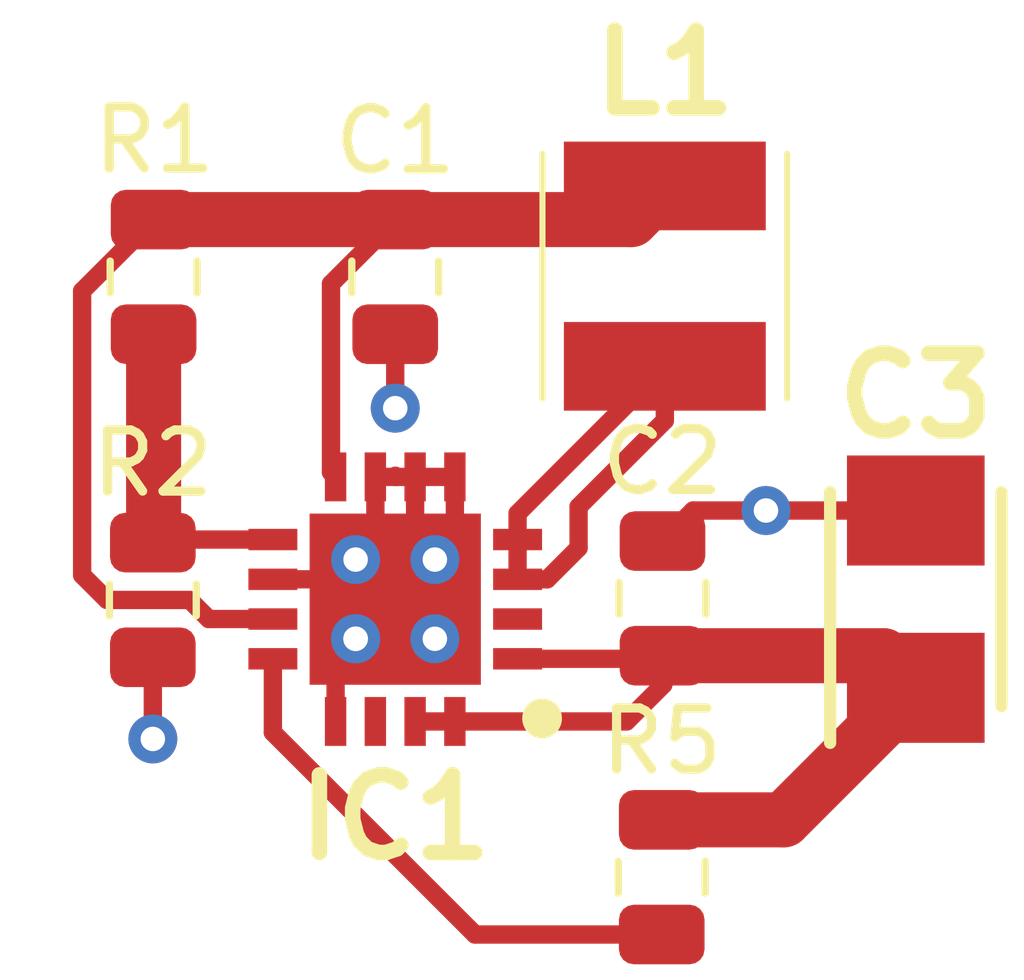
<source format=kicad_pcb>
(kicad_pcb (version 20171130) (host pcbnew "(5.1.6)-1")

  (general
    (thickness 1.6)
    (drawings 0)
    (tracks 71)
    (zones 0)
    (modules 8)
    (nets 9)
  )

  (page A4)
  (layers
    (0 F.Cu signal)
    (31 B.Cu signal)
    (32 B.Adhes user)
    (33 F.Adhes user)
    (34 B.Paste user)
    (35 F.Paste user)
    (36 B.SilkS user)
    (37 F.SilkS user)
    (38 B.Mask user)
    (39 F.Mask user)
    (40 Dwgs.User user)
    (41 Cmts.User user)
    (42 Eco1.User user)
    (43 Eco2.User user)
    (44 Edge.Cuts user)
    (45 Margin user)
    (46 B.CrtYd user)
    (47 F.CrtYd user)
    (48 B.Fab user)
    (49 F.Fab user)
  )

  (setup
    (last_trace_width 0.3)
    (user_trace_width 0.3)
    (user_trace_width 0.9)
    (user_trace_width 1.2)
    (trace_clearance 0.2)
    (zone_clearance 0.508)
    (zone_45_only no)
    (trace_min 0.2)
    (via_size 0.8)
    (via_drill 0.4)
    (via_min_size 0.4)
    (via_min_drill 0.3)
    (uvia_size 0.3)
    (uvia_drill 0.1)
    (uvias_allowed no)
    (uvia_min_size 0.2)
    (uvia_min_drill 0.1)
    (edge_width 0.05)
    (segment_width 0.2)
    (pcb_text_width 0.3)
    (pcb_text_size 1.5 1.5)
    (mod_edge_width 0.12)
    (mod_text_size 1 1)
    (mod_text_width 0.15)
    (pad_size 1.524 1.524)
    (pad_drill 0.762)
    (pad_to_mask_clearance 0.05)
    (aux_axis_origin 0 0)
    (visible_elements 7FFFFFFF)
    (pcbplotparams
      (layerselection 0x010fc_ffffffff)
      (usegerberextensions false)
      (usegerberattributes true)
      (usegerberadvancedattributes true)
      (creategerberjobfile true)
      (excludeedgelayer true)
      (linewidth 0.100000)
      (plotframeref false)
      (viasonmask false)
      (mode 1)
      (useauxorigin false)
      (hpglpennumber 1)
      (hpglpenspeed 20)
      (hpglpendiameter 15.000000)
      (psnegative false)
      (psa4output false)
      (plotreference true)
      (plotvalue true)
      (plotinvisibletext false)
      (padsonsilk false)
      (subtractmaskfromsilk false)
      (outputformat 1)
      (mirror false)
      (drillshape 1)
      (scaleselection 1)
      (outputdirectory ""))
  )

  (net 0 "")
  (net 1 GND)
  (net 2 /Pack)
  (net 3 +5V)
  (net 4 "Net-(IC1-Pad2)")
  (net 5 "Net-(IC1-Pad3)")
  (net 6 "Net-(IC1-Pad9)")
  (net 7 "Net-(IC1-Pad12)")
  (net 8 "Net-(IC1-Pad14)")

  (net_class Default "This is the default net class."
    (clearance 0.2)
    (trace_width 0.25)
    (via_dia 0.8)
    (via_drill 0.4)
    (uvia_dia 0.3)
    (uvia_drill 0.1)
    (add_net +5V)
    (add_net /Pack)
    (add_net GND)
    (add_net "Net-(IC1-Pad12)")
    (add_net "Net-(IC1-Pad14)")
    (add_net "Net-(IC1-Pad2)")
    (add_net "Net-(IC1-Pad3)")
    (add_net "Net-(IC1-Pad9)")
  )

  (module Capacitor_SMD:C_0805_2012Metric (layer F.Cu) (tedit 5B36C52B) (tstamp 60C4780F)
    (at 175.8188 86.6267 270)
    (descr "Capacitor SMD 0805 (2012 Metric), square (rectangular) end terminal, IPC_7351 nominal, (Body size source: https://docs.google.com/spreadsheets/d/1BsfQQcO9C6DZCsRaXUlFlo91Tg2WpOkGARC1WS5S8t0/edit?usp=sharing), generated with kicad-footprint-generator")
    (tags capacitor)
    (path /60C4711C)
    (attr smd)
    (fp_text reference C1 (at -2.2225 0 180) (layer F.SilkS)
      (effects (font (size 1 1) (thickness 0.15)))
    )
    (fp_text value 10u (at 0 1.65 90) (layer F.Fab)
      (effects (font (size 1 1) (thickness 0.15)))
    )
    (fp_line (start 1.68 0.95) (end -1.68 0.95) (layer F.CrtYd) (width 0.05))
    (fp_line (start 1.68 -0.95) (end 1.68 0.95) (layer F.CrtYd) (width 0.05))
    (fp_line (start -1.68 -0.95) (end 1.68 -0.95) (layer F.CrtYd) (width 0.05))
    (fp_line (start -1.68 0.95) (end -1.68 -0.95) (layer F.CrtYd) (width 0.05))
    (fp_line (start -0.258578 0.71) (end 0.258578 0.71) (layer F.SilkS) (width 0.12))
    (fp_line (start -0.258578 -0.71) (end 0.258578 -0.71) (layer F.SilkS) (width 0.12))
    (fp_line (start 1 0.6) (end -1 0.6) (layer F.Fab) (width 0.1))
    (fp_line (start 1 -0.6) (end 1 0.6) (layer F.Fab) (width 0.1))
    (fp_line (start -1 -0.6) (end 1 -0.6) (layer F.Fab) (width 0.1))
    (fp_line (start -1 0.6) (end -1 -0.6) (layer F.Fab) (width 0.1))
    (fp_text user %R (at -2.032 0 180) (layer F.Fab)
      (effects (font (size 0.5 0.5) (thickness 0.08)))
    )
    (pad 2 smd roundrect (at 0.9375 0 270) (size 0.975 1.4) (layers F.Cu F.Paste F.Mask) (roundrect_rratio 0.25)
      (net 1 GND))
    (pad 1 smd roundrect (at -0.9375 0 270) (size 0.975 1.4) (layers F.Cu F.Paste F.Mask) (roundrect_rratio 0.25)
      (net 2 /Pack))
    (model ${KISYS3DMOD}/Capacitor_SMD.3dshapes/C_0805_2012Metric.wrl
      (at (xyz 0 0 0))
      (scale (xyz 1 1 1))
      (rotate (xyz 0 0 0))
    )
  )

  (module SamacSys_Parts:CAPPM3528X210N (layer F.Cu) (tedit 0) (tstamp 60C4DF9E)
    (at 184.3278 91.8972 90)
    (descr "3528-21-(H=1.9mm)")
    (tags "Capacitor Polarised")
    (path /60C4388C)
    (attr smd)
    (fp_text reference C3 (at 3.3274 0 180) (layer F.SilkS)
      (effects (font (size 1.27 1.27) (thickness 0.254)))
    )
    (fp_text value 100u (at 0 2.3368 270) (layer F.SilkS) hide
      (effects (font (size 1.27 1.27) (thickness 0.254)))
    )
    (fp_line (start -2.6 -1.75) (end 2.6 -1.75) (layer F.CrtYd) (width 0.05))
    (fp_line (start 2.6 -1.75) (end 2.6 1.75) (layer F.CrtYd) (width 0.05))
    (fp_line (start 2.6 1.75) (end -2.6 1.75) (layer F.CrtYd) (width 0.05))
    (fp_line (start -2.6 1.75) (end -2.6 -1.75) (layer F.CrtYd) (width 0.05))
    (fp_line (start -1.75 -1.4) (end 1.75 -1.4) (layer F.Fab) (width 0.1))
    (fp_line (start 1.75 -1.4) (end 1.75 1.4) (layer F.Fab) (width 0.1))
    (fp_line (start 1.75 1.4) (end -1.75 1.4) (layer F.Fab) (width 0.1))
    (fp_line (start -1.75 1.4) (end -1.75 -1.4) (layer F.Fab) (width 0.1))
    (fp_line (start -1.75 -0.5) (end -0.85 -1.4) (layer F.Fab) (width 0.1))
    (fp_line (start 1.75 -1.4) (end -2.35 -1.4) (layer F.SilkS) (width 0.2))
    (fp_line (start -1.75 1.4) (end 1.75 1.4) (layer F.SilkS) (width 0.2))
    (fp_text user %R (at 3.3274 0 180) (layer F.Fab)
      (effects (font (size 1.27 1.27) (thickness 0.254)))
    )
    (pad 1 smd rect (at -1.45 0 90) (size 1.8 2.25) (layers F.Cu F.Paste F.Mask)
      (net 3 +5V))
    (pad 2 smd rect (at 1.45 0 90) (size 1.8 2.25) (layers F.Cu F.Paste F.Mask)
      (net 1 GND))
    (model C:\SamacSys_PCB_Library\KiCad\SamacSys_Parts.3dshapes\T598B107M004ATE045.stp
      (at (xyz 0 0 0))
      (scale (xyz 1 1 1))
      (rotate (xyz 0 0 0))
    )
  )

  (module SamacSys_Parts:QFN65P400X400X100-17N (layer F.Cu) (tedit 0) (tstamp 60C4E4CB)
    (at 175.8188 91.8972 180)
    (descr "RSA (S-PVQFN-N16)")
    (tags "Integrated Circuit")
    (path /60C41115)
    (attr smd)
    (fp_text reference IC1 (at 0 -3.5687) (layer F.SilkS)
      (effects (font (size 1.27 1.27) (thickness 0.254)))
    )
    (fp_text value TPS61092RSAR (at -0.0254 -3.6195) (layer F.SilkS) hide
      (effects (font (size 1.27 1.27) (thickness 0.254)))
    )
    (fp_line (start -2.625 -2.625) (end 2.625 -2.625) (layer F.CrtYd) (width 0.05))
    (fp_line (start 2.625 -2.625) (end 2.625 2.625) (layer F.CrtYd) (width 0.05))
    (fp_line (start 2.625 2.625) (end -2.625 2.625) (layer F.CrtYd) (width 0.05))
    (fp_line (start -2.625 2.625) (end -2.625 -2.625) (layer F.CrtYd) (width 0.05))
    (fp_line (start -2 -2) (end 2 -2) (layer F.Fab) (width 0.1))
    (fp_line (start 2 -2) (end 2 2) (layer F.Fab) (width 0.1))
    (fp_line (start 2 2) (end -2 2) (layer F.Fab) (width 0.1))
    (fp_line (start -2 2) (end -2 -2) (layer F.Fab) (width 0.1))
    (fp_line (start -2 -1.35) (end -1.35 -2) (layer F.Fab) (width 0.1))
    (fp_circle (center -2.4005 -1.95) (end -2.4005 -1.7875) (layer F.SilkS) (width 0.325))
    (fp_text user %R (at 0 -3.5687) (layer F.Fab)
      (effects (font (size 1.27 1.27) (thickness 0.254)))
    )
    (pad 1 smd rect (at -2 -0.975 270) (size 0.35 0.8) (layers F.Cu F.Paste F.Mask)
      (net 3 +5V))
    (pad 2 smd rect (at -2 -0.325 270) (size 0.35 0.8) (layers F.Cu F.Paste F.Mask)
      (net 4 "Net-(IC1-Pad2)"))
    (pad 3 smd rect (at -2 0.325 270) (size 0.35 0.8) (layers F.Cu F.Paste F.Mask)
      (net 5 "Net-(IC1-Pad3)"))
    (pad 4 smd rect (at -2 0.975 270) (size 0.35 0.8) (layers F.Cu F.Paste F.Mask)
      (net 5 "Net-(IC1-Pad3)"))
    (pad 5 smd rect (at -0.975 2 180) (size 0.35 0.8) (layers F.Cu F.Paste F.Mask)
      (net 1 GND))
    (pad 6 smd rect (at -0.325 2 180) (size 0.35 0.8) (layers F.Cu F.Paste F.Mask)
      (net 1 GND))
    (pad 7 smd rect (at 0.325 2 180) (size 0.35 0.8) (layers F.Cu F.Paste F.Mask)
      (net 1 GND))
    (pad 8 smd rect (at 0.975 2 180) (size 0.35 0.8) (layers F.Cu F.Paste F.Mask)
      (net 2 /Pack))
    (pad 9 smd rect (at 2 0.975 270) (size 0.35 0.8) (layers F.Cu F.Paste F.Mask)
      (net 6 "Net-(IC1-Pad9)"))
    (pad 10 smd rect (at 2 0.325 270) (size 0.35 0.8) (layers F.Cu F.Paste F.Mask)
      (net 1 GND))
    (pad 11 smd rect (at 2 -0.325 270) (size 0.35 0.8) (layers F.Cu F.Paste F.Mask)
      (net 2 /Pack))
    (pad 12 smd rect (at 2 -0.975 270) (size 0.35 0.8) (layers F.Cu F.Paste F.Mask)
      (net 7 "Net-(IC1-Pad12)"))
    (pad 13 smd rect (at 0.975 -2 180) (size 0.35 0.8) (layers F.Cu F.Paste F.Mask)
      (net 1 GND))
    (pad 14 smd rect (at 0.325 -2 180) (size 0.35 0.8) (layers F.Cu F.Paste F.Mask)
      (net 8 "Net-(IC1-Pad14)"))
    (pad 15 smd rect (at -0.325 -2 180) (size 0.35 0.8) (layers F.Cu F.Paste F.Mask)
      (net 3 +5V))
    (pad 16 smd rect (at -0.975 -2 180) (size 0.35 0.8) (layers F.Cu F.Paste F.Mask)
      (net 3 +5V))
    (pad 17 smd rect (at 0 0 180) (size 2.8 2.8) (layers F.Cu F.Paste F.Mask)
      (net 1 GND))
    (model C:\SamacSys_PCB_Library\KiCad\SamacSys_Parts.3dshapes\TPS61092RSAR.stp
      (at (xyz 0 0 0))
      (scale (xyz 1 1 1))
      (rotate (xyz 0 0 0))
    )
  )

  (module LQH44PH100MPRL (layer F.Cu) (tedit 0) (tstamp 60C47863)
    (at 180.2257 86.614 270)
    (descr "1515 (4040) T=1.65±0.15mm_1")
    (tags Inductor)
    (path /60C432BC)
    (attr smd)
    (fp_text reference L1 (at -3.3274 0 180) (layer F.SilkS)
      (effects (font (size 1.27 1.27) (thickness 0.254)))
    )
    (fp_text value 6.8u (at 1.6764 0 180) (layer F.SilkS) hide
      (effects (font (size 1.27 1.27) (thickness 0.254)))
    )
    (fp_line (start -2 -2) (end 2 -2) (layer F.Fab) (width 0.2))
    (fp_line (start 2 -2) (end 2 2) (layer F.Fab) (width 0.2))
    (fp_line (start 2 2) (end -2 2) (layer F.Fab) (width 0.2))
    (fp_line (start -2 2) (end -2 -2) (layer F.Fab) (width 0.2))
    (fp_line (start -3.2 -3) (end 3.2 -3) (layer F.CrtYd) (width 0.1))
    (fp_line (start 3.2 -3) (end 3.2 3) (layer F.CrtYd) (width 0.1))
    (fp_line (start 3.2 3) (end -3.2 3) (layer F.CrtYd) (width 0.1))
    (fp_line (start -3.2 3) (end -3.2 -3) (layer F.CrtYd) (width 0.1))
    (fp_line (start -2 -2) (end 2 -2) (layer F.SilkS) (width 0.1))
    (fp_line (start -2 2) (end 2 2) (layer F.SilkS) (width 0.1))
    (fp_text user %R (at -3.3274 0 180) (layer F.Fab)
      (effects (font (size 1.27 1.27) (thickness 0.254)))
    )
    (pad 1 smd rect (at -1.475 0 270) (size 1.45 3.3) (layers F.Cu F.Paste F.Mask)
      (net 2 /Pack))
    (pad 2 smd rect (at 1.475 0 270) (size 1.45 3.3) (layers F.Cu F.Paste F.Mask)
      (net 5 "Net-(IC1-Pad3)"))
    (model C:\SamacSys_PCB_Library\KiCad\SamacSys_Parts.3dshapes\LQH44PH6R8MPRL.stp
      (at (xyz 0 0 0))
      (scale (xyz 1 1 1))
      (rotate (xyz 0 0 0))
    )
  )

  (module Resistor_SMD:R_0805_2012Metric (layer F.Cu) (tedit 5B36C52B) (tstamp 60C47874)
    (at 171.8691 86.6267 270)
    (descr "Resistor SMD 0805 (2012 Metric), square (rectangular) end terminal, IPC_7351 nominal, (Body size source: https://docs.google.com/spreadsheets/d/1BsfQQcO9C6DZCsRaXUlFlo91Tg2WpOkGARC1WS5S8t0/edit?usp=sharing), generated with kicad-footprint-generator")
    (tags resistor)
    (path /60C44988)
    (attr smd)
    (fp_text reference R1 (at -2.2352 -0.0127 180) (layer F.SilkS)
      (effects (font (size 1 1) (thickness 0.15)))
    )
    (fp_text value 2.7M (at 0 1.65 90) (layer F.Fab)
      (effects (font (size 1 1) (thickness 0.15)))
    )
    (fp_line (start -1 0.6) (end -1 -0.6) (layer F.Fab) (width 0.1))
    (fp_line (start -1 -0.6) (end 1 -0.6) (layer F.Fab) (width 0.1))
    (fp_line (start 1 -0.6) (end 1 0.6) (layer F.Fab) (width 0.1))
    (fp_line (start 1 0.6) (end -1 0.6) (layer F.Fab) (width 0.1))
    (fp_line (start -0.258578 -0.71) (end 0.258578 -0.71) (layer F.SilkS) (width 0.12))
    (fp_line (start -0.258578 0.71) (end 0.258578 0.71) (layer F.SilkS) (width 0.12))
    (fp_line (start -1.68 0.95) (end -1.68 -0.95) (layer F.CrtYd) (width 0.05))
    (fp_line (start -1.68 -0.95) (end 1.68 -0.95) (layer F.CrtYd) (width 0.05))
    (fp_line (start 1.68 -0.95) (end 1.68 0.95) (layer F.CrtYd) (width 0.05))
    (fp_line (start 1.68 0.95) (end -1.68 0.95) (layer F.CrtYd) (width 0.05))
    (fp_text user %R (at -2.0828 0 180) (layer F.Fab)
      (effects (font (size 0.5 0.5) (thickness 0.08)))
    )
    (pad 1 smd roundrect (at -0.9375 0 270) (size 0.975 1.4) (layers F.Cu F.Paste F.Mask) (roundrect_rratio 0.25)
      (net 2 /Pack))
    (pad 2 smd roundrect (at 0.9375 0 270) (size 0.975 1.4) (layers F.Cu F.Paste F.Mask) (roundrect_rratio 0.25)
      (net 6 "Net-(IC1-Pad9)"))
    (model ${KISYS3DMOD}/Resistor_SMD.3dshapes/R_0805_2012Metric.wrl
      (at (xyz 0 0 0))
      (scale (xyz 1 1 1))
      (rotate (xyz 0 0 0))
    )
  )

  (module Resistor_SMD:R_0805_2012Metric (layer F.Cu) (tedit 5B36C52B) (tstamp 60C47885)
    (at 171.8564 91.9099 270)
    (descr "Resistor SMD 0805 (2012 Metric), square (rectangular) end terminal, IPC_7351 nominal, (Body size source: https://docs.google.com/spreadsheets/d/1BsfQQcO9C6DZCsRaXUlFlo91Tg2WpOkGARC1WS5S8t0/edit?usp=sharing), generated with kicad-footprint-generator")
    (tags resistor)
    (path /60C4BE5E)
    (attr smd)
    (fp_text reference R2 (at -2.2352 0 180) (layer F.SilkS)
      (effects (font (size 1 1) (thickness 0.15)))
    )
    (fp_text value 390k (at 0 1.65 90) (layer F.Fab)
      (effects (font (size 1 1) (thickness 0.15)))
    )
    (fp_line (start 1.68 0.95) (end -1.68 0.95) (layer F.CrtYd) (width 0.05))
    (fp_line (start 1.68 -0.95) (end 1.68 0.95) (layer F.CrtYd) (width 0.05))
    (fp_line (start -1.68 -0.95) (end 1.68 -0.95) (layer F.CrtYd) (width 0.05))
    (fp_line (start -1.68 0.95) (end -1.68 -0.95) (layer F.CrtYd) (width 0.05))
    (fp_line (start -0.258578 0.71) (end 0.258578 0.71) (layer F.SilkS) (width 0.12))
    (fp_line (start -0.258578 -0.71) (end 0.258578 -0.71) (layer F.SilkS) (width 0.12))
    (fp_line (start 1 0.6) (end -1 0.6) (layer F.Fab) (width 0.1))
    (fp_line (start 1 -0.6) (end 1 0.6) (layer F.Fab) (width 0.1))
    (fp_line (start -1 -0.6) (end 1 -0.6) (layer F.Fab) (width 0.1))
    (fp_line (start -1 0.6) (end -1 -0.6) (layer F.Fab) (width 0.1))
    (fp_text user %R (at 2.2733 0.0127 180) (layer F.Fab)
      (effects (font (size 0.5 0.5) (thickness 0.08)))
    )
    (pad 2 smd roundrect (at 0.9375 0 270) (size 0.975 1.4) (layers F.Cu F.Paste F.Mask) (roundrect_rratio 0.25)
      (net 1 GND))
    (pad 1 smd roundrect (at -0.9375 0 270) (size 0.975 1.4) (layers F.Cu F.Paste F.Mask) (roundrect_rratio 0.25)
      (net 6 "Net-(IC1-Pad9)"))
    (model ${KISYS3DMOD}/Resistor_SMD.3dshapes/R_0805_2012Metric.wrl
      (at (xyz 0 0 0))
      (scale (xyz 1 1 1))
      (rotate (xyz 0 0 0))
    )
  )

  (module Resistor_SMD:R_0805_2012Metric (layer F.Cu) (tedit 5B36C52B) (tstamp 60C47896)
    (at 180.1749 96.4438 270)
    (descr "Resistor SMD 0805 (2012 Metric), square (rectangular) end terminal, IPC_7351 nominal, (Body size source: https://docs.google.com/spreadsheets/d/1BsfQQcO9C6DZCsRaXUlFlo91Tg2WpOkGARC1WS5S8t0/edit?usp=sharing), generated with kicad-footprint-generator")
    (tags resistor)
    (path /60C60CD7)
    (attr smd)
    (fp_text reference R5 (at -2.2225 0 180) (layer F.SilkS)
      (effects (font (size 1 1) (thickness 0.15)))
    )
    (fp_text value 1M (at 0 1.65 90) (layer F.Fab)
      (effects (font (size 1 1) (thickness 0.15)))
    )
    (fp_line (start -1 0.6) (end -1 -0.6) (layer F.Fab) (width 0.1))
    (fp_line (start -1 -0.6) (end 1 -0.6) (layer F.Fab) (width 0.1))
    (fp_line (start 1 -0.6) (end 1 0.6) (layer F.Fab) (width 0.1))
    (fp_line (start 1 0.6) (end -1 0.6) (layer F.Fab) (width 0.1))
    (fp_line (start -0.258578 -0.71) (end 0.258578 -0.71) (layer F.SilkS) (width 0.12))
    (fp_line (start -0.258578 0.71) (end 0.258578 0.71) (layer F.SilkS) (width 0.12))
    (fp_line (start -1.68 0.95) (end -1.68 -0.95) (layer F.CrtYd) (width 0.05))
    (fp_line (start -1.68 -0.95) (end 1.68 -0.95) (layer F.CrtYd) (width 0.05))
    (fp_line (start 1.68 -0.95) (end 1.68 0.95) (layer F.CrtYd) (width 0.05))
    (fp_line (start 1.68 0.95) (end -1.68 0.95) (layer F.CrtYd) (width 0.05))
    (fp_text user %R (at -1.9812 0 180) (layer F.Fab)
      (effects (font (size 0.5 0.5) (thickness 0.08)))
    )
    (pad 1 smd roundrect (at -0.9375 0 270) (size 0.975 1.4) (layers F.Cu F.Paste F.Mask) (roundrect_rratio 0.25)
      (net 3 +5V))
    (pad 2 smd roundrect (at 0.9375 0 270) (size 0.975 1.4) (layers F.Cu F.Paste F.Mask) (roundrect_rratio 0.25)
      (net 7 "Net-(IC1-Pad12)"))
    (model ${KISYS3DMOD}/Resistor_SMD.3dshapes/R_0805_2012Metric.wrl
      (at (xyz 0 0 0))
      (scale (xyz 1 1 1))
      (rotate (xyz 0 0 0))
    )
  )

  (module Capacitor_SMD:C_0805_2012Metric (layer F.Cu) (tedit 5B36C52B) (tstamp 60C4DA1B)
    (at 180.1876 91.8845 90)
    (descr "Capacitor SMD 0805 (2012 Metric), square (rectangular) end terminal, IPC_7351 nominal, (Body size source: https://docs.google.com/spreadsheets/d/1BsfQQcO9C6DZCsRaXUlFlo91Tg2WpOkGARC1WS5S8t0/edit?usp=sharing), generated with kicad-footprint-generator")
    (tags capacitor)
    (path /60C444DF)
    (attr smd)
    (fp_text reference C2 (at 2.2352 0 180) (layer F.SilkS)
      (effects (font (size 1 1) (thickness 0.15)))
    )
    (fp_text value 2.2u (at 0 1.65 90) (layer F.Fab)
      (effects (font (size 1 1) (thickness 0.15)))
    )
    (fp_line (start 1.68 0.95) (end -1.68 0.95) (layer F.CrtYd) (width 0.05))
    (fp_line (start 1.68 -0.95) (end 1.68 0.95) (layer F.CrtYd) (width 0.05))
    (fp_line (start -1.68 -0.95) (end 1.68 -0.95) (layer F.CrtYd) (width 0.05))
    (fp_line (start -1.68 0.95) (end -1.68 -0.95) (layer F.CrtYd) (width 0.05))
    (fp_line (start -0.258578 0.71) (end 0.258578 0.71) (layer F.SilkS) (width 0.12))
    (fp_line (start -0.258578 -0.71) (end 0.258578 -0.71) (layer F.SilkS) (width 0.12))
    (fp_line (start 1 0.6) (end -1 0.6) (layer F.Fab) (width 0.1))
    (fp_line (start 1 -0.6) (end 1 0.6) (layer F.Fab) (width 0.1))
    (fp_line (start -1 -0.6) (end 1 -0.6) (layer F.Fab) (width 0.1))
    (fp_line (start -1 0.6) (end -1 -0.6) (layer F.Fab) (width 0.1))
    (fp_text user %R (at 2.0574 0 180) (layer F.Fab)
      (effects (font (size 0.5 0.5) (thickness 0.08)))
    )
    (pad 1 smd roundrect (at -0.9375 0 90) (size 0.975 1.4) (layers F.Cu F.Paste F.Mask) (roundrect_rratio 0.25)
      (net 3 +5V))
    (pad 2 smd roundrect (at 0.9375 0 90) (size 0.975 1.4) (layers F.Cu F.Paste F.Mask) (roundrect_rratio 0.25)
      (net 1 GND))
    (model ${KISYS3DMOD}/Capacitor_SMD.3dshapes/C_0805_2012Metric.wrl
      (at (xyz 0 0 0))
      (scale (xyz 1 1 1))
      (rotate (xyz 0 0 0))
    )
  )

  (segment (start 173.8188 91.5722) (end 175.4938 91.5722) (width 0.3) (layer F.Cu) (net 1))
  (segment (start 175.4938 91.5722) (end 175.8188 91.8972) (width 0.3) (layer F.Cu) (net 1))
  (segment (start 175.4938 89.8972) (end 175.4938 91.5722) (width 0.3) (layer F.Cu) (net 1))
  (segment (start 176.1438 91.5722) (end 175.8188 91.8972) (width 0.3) (layer F.Cu) (net 1))
  (segment (start 176.1438 89.8972) (end 176.1438 91.5722) (width 0.3) (layer F.Cu) (net 1))
  (segment (start 176.7938 90.9222) (end 176.4665 91.2495) (width 0.3) (layer F.Cu) (net 1))
  (segment (start 176.7938 89.8972) (end 176.7938 90.9222) (width 0.3) (layer F.Cu) (net 1))
  (segment (start 175.1711 91.2495) (end 175.1711 91.2495) (width 0.3) (layer F.Cu) (net 1))
  (segment (start 174.8438 92.8722) (end 174.8438 93.8972) (width 0.3) (layer F.Cu) (net 1))
  (segment (start 175.8188 91.8972) (end 175.1711 92.5449) (width 0.3) (layer F.Cu) (net 1))
  (segment (start 176.4665 92.5449) (end 176.4665 92.5449) (width 0.3) (layer F.Cu) (net 1))
  (segment (start 175.1711 91.2495) (end 175.8188 91.8972) (width 0.3) (layer F.Cu) (net 1) (tstamp 60C4E63C))
  (via (at 175.1711 91.2495) (size 0.8) (drill 0.4) (layers F.Cu B.Cu) (net 1))
  (segment (start 176.4665 91.2495) (end 175.8188 91.8972) (width 0.3) (layer F.Cu) (net 1) (tstamp 60C4E63E))
  (via (at 176.4665 91.2495) (size 0.8) (drill 0.4) (layers F.Cu B.Cu) (net 1))
  (segment (start 176.4665 92.5449) (end 175.8188 91.8972) (width 0.3) (layer F.Cu) (net 1) (tstamp 60C4E640))
  (via (at 176.4665 92.5449) (size 0.8) (drill 0.4) (layers F.Cu B.Cu) (net 1))
  (segment (start 175.1711 92.5449) (end 175.1711 92.5449) (width 0.3) (layer F.Cu) (net 1) (tstamp 60C4E642))
  (via (at 175.1711 92.5449) (size 0.8) (drill 0.4) (layers F.Cu B.Cu) (net 1))
  (segment (start 175.1711 92.5449) (end 175.1711 92.5449) (width 0.3) (layer F.Cu) (net 1) (tstamp 60C4E644))
  (via (at 175.1711 92.5449) (size 0.8) (drill 0.4) (layers F.Cu B.Cu) (net 1))
  (segment (start 175.1711 92.5449) (end 174.8438 92.8722) (width 0.3) (layer F.Cu) (net 1) (tstamp 60C4E646))
  (via (at 175.1711 92.5449) (size 0.8) (drill 0.4) (layers F.Cu B.Cu) (net 1))
  (segment (start 175.4938 89.8972) (end 175.8381 89.8972) (width 0.3) (layer F.Cu) (net 1))
  (segment (start 175.8381 89.8972) (end 176.7938 89.8972) (width 0.3) (layer F.Cu) (net 1))
  (segment (start 171.8564 92.8474) (end 171.8564 94.1832) (width 0.3) (layer F.Cu) (net 1))
  (segment (start 171.8564 94.1832) (end 171.8564 94.1832) (width 0.3) (layer F.Cu) (net 1) (tstamp 60C4E673))
  (via (at 171.8564 94.1832) (size 0.8) (drill 0.4) (layers F.Cu B.Cu) (net 1))
  (segment (start 180.6874 90.4472) (end 180.1876 90.947) (width 0.3) (layer F.Cu) (net 1))
  (segment (start 184.3278 90.4472) (end 181.8789 90.4472) (width 0.3) (layer F.Cu) (net 1))
  (segment (start 181.8789 90.4472) (end 180.6874 90.4472) (width 0.3) (layer F.Cu) (net 1) (tstamp 60C4E689))
  (via (at 181.8789 90.4472) (size 0.8) (drill 0.4) (layers F.Cu B.Cu) (net 1))
  (via (at 175.8188 88.773) (size 0.8) (drill 0.4) (layers F.Cu B.Cu) (net 1))
  (segment (start 175.8188 89.8779) (end 175.8381 89.8972) (width 0.3) (layer F.Cu) (net 1))
  (segment (start 175.8188 87.5642) (end 175.8188 88.773) (width 0.3) (layer F.Cu) (net 1))
  (segment (start 172.770906 92.2222) (end 172.458606 91.9099) (width 0.3) (layer F.Cu) (net 2))
  (segment (start 173.8188 92.2222) (end 172.770906 92.2222) (width 0.3) (layer F.Cu) (net 2))
  (segment (start 172.458606 91.9099) (end 171.1071 91.9099) (width 0.3) (layer F.Cu) (net 2))
  (segment (start 171.1071 91.9099) (end 170.7007 91.5035) (width 0.3) (layer F.Cu) (net 2))
  (segment (start 170.7007 86.8576) (end 171.8691 85.6892) (width 0.3) (layer F.Cu) (net 2))
  (segment (start 170.7007 91.5035) (end 170.7007 86.8576) (width 0.3) (layer F.Cu) (net 2))
  (segment (start 171.8691 85.6892) (end 175.8188 85.6892) (width 0.9) (layer F.Cu) (net 2))
  (segment (start 179.6755 85.6892) (end 180.2257 85.139) (width 0.9) (layer F.Cu) (net 2))
  (segment (start 175.8188 85.6892) (end 179.6755 85.6892) (width 0.9) (layer F.Cu) (net 2))
  (segment (start 174.76879 86.73921) (end 175.8188 85.6892) (width 0.3) (layer F.Cu) (net 2))
  (segment (start 174.76879 89.82219) (end 174.76879 86.73921) (width 0.3) (layer F.Cu) (net 2))
  (segment (start 174.8438 89.8972) (end 174.76879 89.82219) (width 0.3) (layer F.Cu) (net 2))
  (segment (start 179.7753 92.8722) (end 180.2003 93.2972) (width 0.3) (layer F.Cu) (net 3))
  (segment (start 177.8188 92.8722) (end 179.7753 92.8722) (width 0.3) (layer F.Cu) (net 3))
  (segment (start 176.7938 93.8972) (end 176.1438 93.8972) (width 0.3) (layer F.Cu) (net 3))
  (segment (start 179.6003 93.8972) (end 180.2003 93.2972) (width 0.3) (layer F.Cu) (net 3))
  (segment (start 176.7938 93.8972) (end 179.6003 93.8972) (width 0.3) (layer F.Cu) (net 3))
  (segment (start 183.8026 92.822) (end 184.3278 93.3472) (width 0.9) (layer F.Cu) (net 3))
  (segment (start 180.1876 92.822) (end 183.8026 92.822) (width 0.9) (layer F.Cu) (net 3))
  (segment (start 182.1687 95.5063) (end 184.3278 93.3472) (width 0.9) (layer F.Cu) (net 3))
  (segment (start 180.1749 95.5063) (end 182.1687 95.5063) (width 0.9) (layer F.Cu) (net 3))
  (segment (start 177.8188 91.5722) (end 177.8188 90.9222) (width 0.3) (layer F.Cu) (net 5))
  (segment (start 177.8188 90.4959) (end 180.2257 88.089) (width 0.3) (layer F.Cu) (net 5))
  (segment (start 177.8188 90.9222) (end 177.8188 90.4959) (width 0.3) (layer F.Cu) (net 5))
  (segment (start 178.816 90.3859) (end 180.2257 88.9762) (width 0.3) (layer F.Cu) (net 5))
  (segment (start 178.816 91.059) (end 178.816 90.3859) (width 0.3) (layer F.Cu) (net 5))
  (segment (start 180.2257 88.9762) (end 180.2257 88.089) (width 0.3) (layer F.Cu) (net 5))
  (segment (start 177.8188 91.5722) (end 178.3028 91.5722) (width 0.3) (layer F.Cu) (net 5))
  (segment (start 178.3028 91.5722) (end 178.816 91.059) (width 0.3) (layer F.Cu) (net 5))
  (segment (start 171.9066 90.9222) (end 171.8564 90.9724) (width 0.3) (layer F.Cu) (net 6))
  (segment (start 173.8188 90.9222) (end 171.9066 90.9222) (width 0.3) (layer F.Cu) (net 6))
  (segment (start 171.8691 90.9597) (end 171.8564 90.9724) (width 0.9) (layer F.Cu) (net 6))
  (segment (start 171.8691 87.5642) (end 171.8691 90.9597) (width 0.9) (layer F.Cu) (net 6) (tstamp 60C4DB70))
  (segment (start 173.8188 94.077202) (end 177.122898 97.3813) (width 0.3) (layer F.Cu) (net 7))
  (segment (start 177.122898 97.3813) (end 180.1749 97.3813) (width 0.3) (layer F.Cu) (net 7))
  (segment (start 173.8188 92.8722) (end 173.8188 94.077202) (width 0.3) (layer F.Cu) (net 7))

)

</source>
